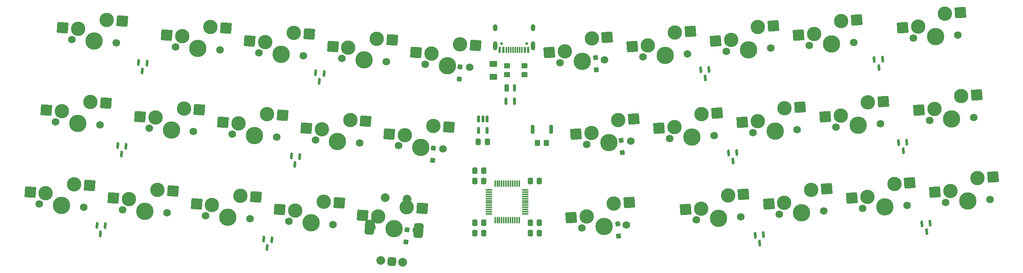
<source format=gbr>
%TF.GenerationSoftware,KiCad,Pcbnew,8.0.3*%
%TF.CreationDate,2024-09-04T22:14:47+02:00*%
%TF.ProjectId,peanut,7065616e-7574-42e6-9b69-6361645f7063,rev?*%
%TF.SameCoordinates,Original*%
%TF.FileFunction,Soldermask,Bot*%
%TF.FilePolarity,Negative*%
%FSLAX46Y46*%
G04 Gerber Fmt 4.6, Leading zero omitted, Abs format (unit mm)*
G04 Created by KiCad (PCBNEW 8.0.3) date 2024-09-04 22:14:47*
%MOMM*%
%LPD*%
G01*
G04 APERTURE LIST*
G04 Aperture macros list*
%AMRoundRect*
0 Rectangle with rounded corners*
0 $1 Rounding radius*
0 $2 $3 $4 $5 $6 $7 $8 $9 X,Y pos of 4 corners*
0 Add a 4 corners polygon primitive as box body*
4,1,4,$2,$3,$4,$5,$6,$7,$8,$9,$2,$3,0*
0 Add four circle primitives for the rounded corners*
1,1,$1+$1,$2,$3*
1,1,$1+$1,$4,$5*
1,1,$1+$1,$6,$7*
1,1,$1+$1,$8,$9*
0 Add four rect primitives between the rounded corners*
20,1,$1+$1,$2,$3,$4,$5,0*
20,1,$1+$1,$4,$5,$6,$7,0*
20,1,$1+$1,$6,$7,$8,$9,0*
20,1,$1+$1,$8,$9,$2,$3,0*%
G04 Aperture macros list end*
%ADD10C,2.000000*%
%ADD11RoundRect,0.500000X0.463904X-0.533660X0.533660X0.463904X-0.463904X0.533660X-0.533660X-0.463904X0*%
%ADD12RoundRect,0.550000X0.468440X-1.185565X0.628880X1.108833X-0.468440X1.185565X-0.628880X-1.108833X0*%
%ADD13C,1.750000*%
%ADD14C,3.987800*%
%ADD15C,3.300000*%
%ADD16RoundRect,0.250000X0.952747X1.069064X-1.092260X0.926064X-0.952747X-1.069064X1.092260X-0.926064X0*%
%ADD17RoundRect,0.250000X1.092260X0.926064X-0.952747X1.069064X-1.092260X-0.926064X0.952747X-1.069064X0*%
%ADD18RoundRect,0.250000X0.320196X-0.278342X0.278342X0.320196X-0.320196X0.278342X-0.278342X-0.320196X0*%
%ADD19RoundRect,0.150000X-0.108653X0.596532X-0.190617X-0.575605X0.108653X-0.596532X0.190617X0.575605X0*%
%ADD20RoundRect,0.250000X0.337500X0.475000X-0.337500X0.475000X-0.337500X-0.475000X0.337500X-0.475000X0*%
%ADD21RoundRect,0.150000X-0.190617X0.575605X-0.108653X-0.596532X0.190617X-0.575605X0.108653X0.596532X0*%
%ADD22RoundRect,0.250000X0.278342X-0.320196X0.320196X0.278342X-0.278342X0.320196X-0.320196X-0.278342X0*%
%ADD23C,0.650000*%
%ADD24R,0.600000X1.450000*%
%ADD25R,0.300000X1.450000*%
%ADD26O,1.000000X1.600000*%
%ADD27O,1.000000X2.100000*%
%ADD28RoundRect,0.250000X-0.250000X0.600000X-0.250000X-0.600000X0.250000X-0.600000X0.250000X0.600000X0*%
%ADD29RoundRect,0.150000X-0.150000X0.700000X-0.150000X-0.700000X0.150000X-0.700000X0.150000X0.700000X0*%
%ADD30RoundRect,0.200000X-0.200000X-0.800000X0.200000X-0.800000X0.200000X0.800000X-0.200000X0.800000X0*%
%ADD31RoundRect,0.075000X0.075000X-0.662500X0.075000X0.662500X-0.075000X0.662500X-0.075000X-0.662500X0*%
%ADD32RoundRect,0.075000X0.662500X-0.075000X0.662500X0.075000X-0.662500X0.075000X-0.662500X-0.075000X0*%
%ADD33RoundRect,0.250000X-0.337500X-0.475000X0.337500X-0.475000X0.337500X0.475000X-0.337500X0.475000X0*%
%ADD34RoundRect,0.250000X-0.450000X0.350000X-0.450000X-0.350000X0.450000X-0.350000X0.450000X0.350000X0*%
%ADD35RoundRect,0.250000X-0.350000X-0.450000X0.350000X-0.450000X0.350000X0.450000X-0.350000X0.450000X0*%
%ADD36RoundRect,0.162500X-0.162500X0.617500X-0.162500X-0.617500X0.162500X-0.617500X0.162500X0.617500X0*%
%ADD37RoundRect,0.250001X-0.624999X0.462499X-0.624999X-0.462499X0.624999X-0.462499X0.624999X0.462499X0*%
G04 APERTURE END LIST*
D10*
%TO.C,SW1*%
X125141422Y-98389663D03*
X130129243Y-98738444D03*
D11*
X127635333Y-98564053D03*
D12*
X122572147Y-90691686D03*
X133744865Y-91472960D03*
D10*
X131140712Y-84273765D03*
X126152892Y-83924984D03*
%TD*%
D13*
%TO.C,MX19*%
X239307090Y-67040739D03*
D14*
X234239465Y-67395102D03*
D13*
X229171840Y-67749465D03*
D15*
X230261568Y-65127061D03*
D16*
X226720212Y-65374697D03*
X239960267Y-61902660D03*
D15*
X236418915Y-62150295D03*
%TD*%
D13*
%TO.C,MX14*%
X120302296Y-71436444D03*
D14*
X115234671Y-71082082D03*
D13*
X110167046Y-70727720D03*
D15*
X111611133Y-68282496D03*
D17*
X108069781Y-68034861D03*
X121664199Y-66439275D03*
D15*
X118122847Y-66191638D03*
%TD*%
D18*
%TO.C,D6*%
X174392944Y-54702972D03*
X174197628Y-51909792D03*
%TD*%
D13*
%TO.C,MX29*%
X245386954Y-85712121D03*
D14*
X240319329Y-86066484D03*
D13*
X235251704Y-86420847D03*
D15*
X236341432Y-83798443D03*
D16*
X232800076Y-84046079D03*
X246040131Y-80574042D03*
D15*
X242498779Y-80821677D03*
%TD*%
D19*
%TO.C,D4*%
X104686461Y-74404765D03*
X106581833Y-74537302D03*
X105503353Y-76341466D03*
%TD*%
D20*
%TO.C,C5*%
X148675000Y-89693750D03*
X146600000Y-89693750D03*
%TD*%
D13*
%TO.C,MX11*%
X60916061Y-67283755D03*
D14*
X55848436Y-66929392D03*
D13*
X50780811Y-66575029D03*
D15*
X52224898Y-64129807D03*
D17*
X48683546Y-63882172D03*
X62277964Y-62286584D03*
D15*
X58736612Y-62038948D03*
%TD*%
D20*
%TO.C,C1*%
X148675000Y-80168750D03*
X146600000Y-80168750D03*
%TD*%
D13*
%TO.C,MX5*%
X145385650Y-54093925D03*
D14*
X140318025Y-53739563D03*
D13*
X135250400Y-53385201D03*
D15*
X136694487Y-50939977D03*
D17*
X133153135Y-50692342D03*
X146747553Y-49096756D03*
D15*
X143206201Y-48849119D03*
%TD*%
D13*
%TO.C,MX1*%
X64620371Y-48446267D03*
D14*
X59552746Y-48091904D03*
D13*
X54485121Y-47737541D03*
D15*
X55929208Y-45292319D03*
D17*
X52387856Y-45044684D03*
X65982274Y-43449096D03*
D15*
X62440922Y-43201460D03*
%TD*%
D18*
%TO.C,D16*%
X180278908Y-73627840D03*
X180083592Y-70834660D03*
%TD*%
D21*
%TO.C,D13*%
X243461917Y-71362302D03*
X245357289Y-71229765D03*
X244540397Y-73166466D03*
%TD*%
%TO.C,D9*%
X198218167Y-54693552D03*
X200113539Y-54561015D03*
X199296647Y-56497716D03*
%TD*%
D19*
%TO.C,D2*%
X110242711Y-55354765D03*
X112138083Y-55487302D03*
X111059603Y-57291466D03*
%TD*%
D22*
%TO.C,D5*%
X143053585Y-56774303D03*
X143248903Y-53981123D03*
%TD*%
D13*
%TO.C,MX23*%
X95218941Y-88778963D03*
D14*
X90151316Y-88424601D03*
D13*
X85083691Y-88070239D03*
D15*
X86527778Y-85625015D03*
D17*
X82986426Y-85377380D03*
X96580844Y-83781794D03*
D15*
X93039492Y-83534157D03*
%TD*%
D19*
%TO.C,D7*%
X60236461Y-90279765D03*
X62131833Y-90412302D03*
X61053353Y-92216466D03*
%TD*%
D13*
%TO.C,MX17*%
X201299972Y-69698479D03*
D14*
X196232347Y-70052842D03*
D13*
X191164722Y-70407205D03*
D15*
X192254450Y-67784801D03*
D16*
X188713094Y-68032437D03*
X201953149Y-64560400D03*
D15*
X198411797Y-64808035D03*
%TD*%
D23*
%TO.C,J1*%
X152685000Y-48637500D03*
X158465000Y-48637500D03*
D24*
X152325000Y-50082500D03*
X153125000Y-50082500D03*
D25*
X154325000Y-50082500D03*
X155325000Y-50082500D03*
X155825000Y-50082500D03*
X156825000Y-50082500D03*
D24*
X158025000Y-50082500D03*
X158825000Y-50082500D03*
X158825000Y-50082500D03*
X158025000Y-50082500D03*
D25*
X157325000Y-50082500D03*
X156325000Y-50082500D03*
X154825000Y-50082500D03*
X153825000Y-50082500D03*
D24*
X153125000Y-50082500D03*
X152325000Y-50082500D03*
D26*
X151255000Y-44987500D03*
D27*
X151255000Y-49167500D03*
D26*
X159895000Y-44987500D03*
D27*
X159895000Y-49167500D03*
%TD*%
D20*
%TO.C,C6*%
X148675000Y-77787500D03*
X146600000Y-77787500D03*
%TD*%
D19*
%TO.C,D8*%
X98336461Y-93454765D03*
X100231833Y-93587302D03*
X99153353Y-95391466D03*
%TD*%
D22*
%TO.C,D15*%
X136973826Y-75445682D03*
X137169144Y-72652502D03*
%TD*%
D28*
%TO.C,U3*%
X153931200Y-58825000D03*
D29*
X155631200Y-58825000D03*
X155631200Y-61825000D03*
X153731200Y-61825000D03*
%TD*%
D13*
%TO.C,MX27*%
X207379706Y-88369861D03*
D14*
X202312081Y-88724224D03*
D13*
X197244456Y-89078587D03*
D15*
X198334184Y-86456183D03*
D16*
X194792828Y-86703819D03*
X208032883Y-83231782D03*
D15*
X204491531Y-83479417D03*
%TD*%
D30*
%TO.C,SW2*%
X159825000Y-68262500D03*
X164025000Y-68262500D03*
%TD*%
D13*
%TO.C,MX20*%
X260686233Y-65545845D03*
D14*
X255618608Y-65900208D03*
D13*
X250550983Y-66254571D03*
D15*
X251640711Y-63632167D03*
D16*
X248099355Y-63879803D03*
X261339410Y-60407766D03*
D15*
X257798058Y-60655401D03*
%TD*%
D19*
%TO.C,D3*%
X64998961Y-72023515D03*
X66894333Y-72156052D03*
X65815853Y-73960216D03*
%TD*%
D31*
%TO.C,U1*%
X156737500Y-89093750D03*
X156237500Y-89093750D03*
X155737500Y-89093750D03*
X155237500Y-89093750D03*
X154737500Y-89093750D03*
X154237500Y-89093750D03*
X153737500Y-89093750D03*
X153237500Y-89093750D03*
X152737500Y-89093750D03*
X152237500Y-89093750D03*
X151737500Y-89093750D03*
X151237500Y-89093750D03*
D32*
X149825000Y-87681250D03*
X149825000Y-87181250D03*
X149825000Y-86681250D03*
X149825000Y-86181250D03*
X149825000Y-85681250D03*
X149825000Y-85181250D03*
X149825000Y-84681250D03*
X149825000Y-84181250D03*
X149825000Y-83681250D03*
X149825000Y-83181250D03*
X149825000Y-82681250D03*
X149825000Y-82181250D03*
D31*
X151237500Y-80768750D03*
X151737500Y-80768750D03*
X152237500Y-80768750D03*
X152737500Y-80768750D03*
X153237500Y-80768750D03*
X153737500Y-80768750D03*
X154237500Y-80768750D03*
X154737500Y-80768750D03*
X155237500Y-80768750D03*
X155737500Y-80768750D03*
X156237500Y-80768750D03*
X156737500Y-80768750D03*
D32*
X158150000Y-82181250D03*
X158150000Y-82681250D03*
X158150000Y-83181250D03*
X158150000Y-83681250D03*
X158150000Y-84181250D03*
X158150000Y-84681250D03*
X158150000Y-85181250D03*
X158150000Y-85681250D03*
X158150000Y-86181250D03*
X158150000Y-86681250D03*
X158150000Y-87181250D03*
X158150000Y-87681250D03*
%TD*%
D13*
%TO.C,MX15*%
X139305891Y-72765305D03*
D14*
X134238266Y-72410943D03*
D13*
X129170641Y-72056581D03*
D15*
X130614728Y-69611357D03*
D17*
X127073376Y-69363722D03*
X140667794Y-67768136D03*
D15*
X137126442Y-67520499D03*
%TD*%
D13*
%TO.C,MX12*%
X82295105Y-68778722D03*
D14*
X77227480Y-68424360D03*
D13*
X72159855Y-68069998D03*
D15*
X73603942Y-65624774D03*
D17*
X70062590Y-65377139D03*
X83657008Y-63781553D03*
D15*
X80115656Y-63533916D03*
%TD*%
D22*
%TO.C,D25*%
X130894066Y-94117062D03*
X131089384Y-91323882D03*
%TD*%
D13*
%TO.C,MX16*%
X182296271Y-71027350D03*
D14*
X177228646Y-71381713D03*
D13*
X172161021Y-71736076D03*
D15*
X173250749Y-69113672D03*
D16*
X169709393Y-69361308D03*
X182949448Y-65889271D03*
D15*
X179408096Y-66136906D03*
%TD*%
D13*
%TO.C,MX7*%
X195220130Y-51027100D03*
D14*
X190152505Y-51381463D03*
D13*
X185084880Y-51735826D03*
D15*
X186174608Y-49113422D03*
D16*
X182633252Y-49361058D03*
X195873307Y-45889021D03*
D15*
X192331955Y-46136656D03*
%TD*%
D13*
%TO.C,MX3*%
X107378460Y-51436203D03*
D14*
X102310835Y-51081841D03*
D13*
X97243210Y-50727479D03*
D15*
X98687297Y-48282255D03*
D17*
X95145945Y-48034620D03*
X108740363Y-46439034D03*
D15*
X105199011Y-46191397D03*
%TD*%
D13*
%TO.C,MX8*%
X214223807Y-49698230D03*
D14*
X209156182Y-50052593D03*
D13*
X204088557Y-50406956D03*
D15*
X205178285Y-47784552D03*
D16*
X201636929Y-48032188D03*
X214876984Y-44560151D03*
D15*
X211335632Y-44807786D03*
%TD*%
D13*
%TO.C,MX26*%
X181249732Y-90197074D03*
D14*
X176182107Y-90551437D03*
D13*
X171114482Y-90905800D03*
D15*
X172204210Y-88283396D03*
D16*
X168662854Y-88531032D03*
X181902909Y-85058995D03*
D15*
X178361557Y-85306630D03*
%TD*%
D13*
%TO.C,MX21*%
X57211751Y-86121241D03*
D14*
X52144126Y-85766879D03*
D13*
X47076501Y-85412517D03*
D15*
X48520588Y-82967293D03*
D17*
X44979236Y-82719658D03*
X58573654Y-81124072D03*
D15*
X55032302Y-80876435D03*
%TD*%
D33*
%TO.C,C2*%
X159300000Y-80168750D03*
X161375000Y-80168750D03*
%TD*%
D13*
%TO.C,MX28*%
X226383269Y-87040992D03*
D14*
X221315644Y-87395355D03*
D13*
X216248019Y-87749718D03*
D15*
X217337747Y-85127314D03*
D16*
X213796391Y-85374950D03*
X227036446Y-81902913D03*
D15*
X223495094Y-82150548D03*
%TD*%
D34*
%TO.C,R3*%
X157956250Y-53768750D03*
X157956250Y-55768750D03*
%TD*%
D13*
%TO.C,MX18*%
X220303535Y-68369612D03*
D14*
X215235910Y-68723975D03*
D13*
X210168285Y-69078338D03*
D15*
X211258013Y-66455934D03*
D16*
X207716657Y-66703570D03*
X220956712Y-63231533D03*
D15*
X217415360Y-63479168D03*
%TD*%
D33*
%TO.C,C8*%
X147393750Y-71200000D03*
X149468750Y-71200000D03*
%TD*%
D13*
%TO.C,MX30*%
X264390525Y-84383254D03*
D14*
X259322900Y-84737617D03*
D13*
X254255275Y-85091980D03*
D15*
X255345003Y-82469576D03*
D16*
X251803647Y-82717212D03*
X265043702Y-79245175D03*
D15*
X261502350Y-79492810D03*
%TD*%
D13*
%TO.C,MX4*%
X126382055Y-52765064D03*
D14*
X121314430Y-52410702D03*
D13*
X116246805Y-52056340D03*
D15*
X117690892Y-49611116D03*
D17*
X114149540Y-49363481D03*
X127743958Y-47767895D03*
D15*
X124202606Y-47520258D03*
%TD*%
D35*
%TO.C,R1*%
X160925000Y-71437500D03*
X162925000Y-71437500D03*
%TD*%
D13*
%TO.C,MX6*%
X176216552Y-52355970D03*
D14*
X171148927Y-52710333D03*
D13*
X166081302Y-53064696D03*
D15*
X167171030Y-50442292D03*
D16*
X163629674Y-50689928D03*
X176869729Y-47217891D03*
D15*
X173328377Y-47465526D03*
%TD*%
D33*
%TO.C,C3*%
X159300000Y-89693750D03*
X161375000Y-89693750D03*
%TD*%
D20*
%TO.C,C7*%
X148675000Y-92075000D03*
X146600000Y-92075000D03*
%TD*%
D13*
%TO.C,MX25*%
X133226131Y-91436685D03*
D14*
X128158506Y-91082323D03*
D13*
X123090881Y-90727961D03*
D15*
X124534968Y-88282737D03*
D17*
X120993616Y-88035102D03*
X134588034Y-86439516D03*
D15*
X131046682Y-86191879D03*
%TD*%
D36*
%TO.C,U2*%
X147481250Y-65881250D03*
X148431250Y-65881250D03*
X149381250Y-65881250D03*
X149381250Y-68581250D03*
X147481250Y-68581250D03*
%TD*%
D37*
%TO.C,F1*%
X150812500Y-53281250D03*
X150812500Y-56256250D03*
%TD*%
D13*
%TO.C,MX2*%
X88374865Y-50107342D03*
D14*
X83307240Y-49752980D03*
D13*
X78239615Y-49398618D03*
D15*
X79683702Y-46953394D03*
D17*
X76142350Y-46705759D03*
X89736768Y-45110173D03*
D15*
X86195416Y-44862536D03*
%TD*%
D13*
%TO.C,MX10*%
X256981940Y-46708305D03*
D14*
X251914315Y-47062668D03*
D13*
X246846690Y-47417031D03*
D15*
X247936418Y-44794627D03*
D16*
X244395062Y-45042263D03*
X257635117Y-41570226D03*
D15*
X254093765Y-41817861D03*
%TD*%
D34*
%TO.C,R2*%
X153987500Y-53768750D03*
X153987500Y-55768750D03*
%TD*%
D13*
%TO.C,MX22*%
X76215346Y-87450102D03*
D14*
X71147721Y-87095740D03*
D13*
X66080096Y-86741378D03*
D15*
X67524183Y-84296154D03*
D17*
X63982831Y-84048519D03*
X77577249Y-82452933D03*
D15*
X74035897Y-82205296D03*
%TD*%
D13*
%TO.C,MX24*%
X114222536Y-90107824D03*
D14*
X109154911Y-89753462D03*
D13*
X104087286Y-89399100D03*
D15*
X105531373Y-86953876D03*
D17*
X101990021Y-86706241D03*
X115584439Y-85110655D03*
D15*
X112043087Y-84863018D03*
%TD*%
D21*
%TO.C,D14*%
X237905667Y-52312302D03*
X239801039Y-52179765D03*
X238984147Y-54116466D03*
%TD*%
%TO.C,D10*%
X204568167Y-73743552D03*
X206463539Y-73611015D03*
X205646647Y-75547716D03*
%TD*%
D33*
%TO.C,C4*%
X159300000Y-92075000D03*
X161375000Y-92075000D03*
%TD*%
D19*
%TO.C,D1*%
X69761461Y-52973515D03*
X71656833Y-53106052D03*
X70578353Y-54910216D03*
%TD*%
D21*
%TO.C,D11*%
X210674425Y-92584846D03*
X212569797Y-92452309D03*
X211752905Y-94389010D03*
%TD*%
%TO.C,D12*%
X248794207Y-89929346D03*
X250689579Y-89796809D03*
X249872687Y-91733510D03*
%TD*%
D18*
%TO.C,D26*%
X179454767Y-92741777D03*
X179259449Y-89948597D03*
%TD*%
D13*
%TO.C,MX9*%
X233227378Y-48369361D03*
D14*
X228159753Y-48723724D03*
D13*
X223092128Y-49078087D03*
D15*
X224181856Y-46455683D03*
D16*
X220640500Y-46703319D03*
X233880555Y-43231282D03*
D15*
X230339203Y-43478917D03*
%TD*%
D13*
%TO.C,MX13*%
X101298700Y-70107583D03*
D14*
X96231075Y-69753221D03*
D13*
X91163450Y-69398859D03*
D15*
X92607537Y-66953635D03*
D17*
X89066185Y-66706000D03*
X102660603Y-65110414D03*
D15*
X99119251Y-64862777D03*
%TD*%
M02*

</source>
